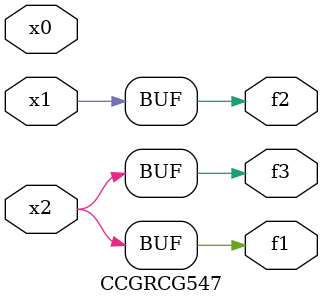
<source format=v>
module CCGRCG547(
	input x0, x1, x2,
	output f1, f2, f3
);
	assign f1 = x2;
	assign f2 = x1;
	assign f3 = x2;
endmodule

</source>
